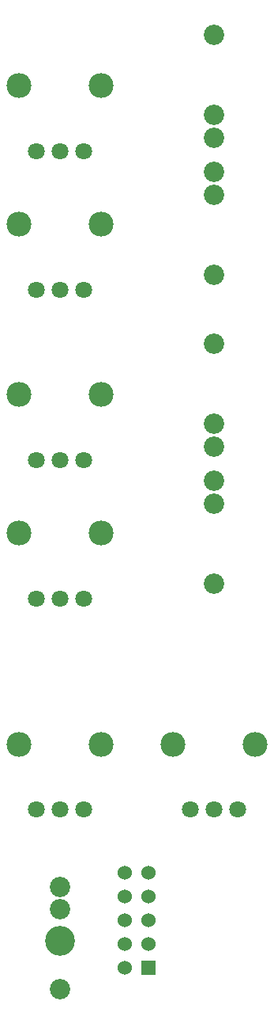
<source format=gbr>
%TF.GenerationSoftware,KiCad,Pcbnew,(5.1.9)-1*%
%TF.CreationDate,2021-03-03T00:59:23+01:00*%
%TF.ProjectId,Hands of Svarog,48616e64-7320-46f6-9620-537661726f67,rev?*%
%TF.SameCoordinates,Original*%
%TF.FileFunction,Soldermask,Bot*%
%TF.FilePolarity,Negative*%
%FSLAX46Y46*%
G04 Gerber Fmt 4.6, Leading zero omitted, Abs format (unit mm)*
G04 Created by KiCad (PCBNEW (5.1.9)-1) date 2021-03-03 00:59:23*
%MOMM*%
%LPD*%
G01*
G04 APERTURE LIST*
%ADD10C,2.184400*%
%ADD11C,3.200000*%
%ADD12C,1.803400*%
%ADD13C,2.667000*%
%ADD14R,1.524000X1.524000*%
%ADD15C,1.524000*%
G04 APERTURE END LIST*
D10*
%TO.C,J1*%
X99559837Y-31609800D03*
X99559837Y-42582600D03*
X99559837Y-40169600D03*
%TD*%
%TO.C,J2*%
X99559837Y-57263800D03*
X99559837Y-46291000D03*
X99559837Y-48704000D03*
%TD*%
%TO.C,J3*%
X99559837Y-64629800D03*
X99559837Y-75602600D03*
X99559837Y-73189600D03*
%TD*%
%TO.C,J4*%
X99559837Y-90283800D03*
X99559837Y-79311000D03*
X99559837Y-81724000D03*
%TD*%
%TO.C,J5*%
X83049837Y-133667000D03*
X83049837Y-122694200D03*
X83049837Y-125107200D03*
D11*
X83049837Y-128460000D03*
%TD*%
D12*
%TO.C,RV2*%
X80509837Y-58851300D03*
X83049837Y-58851300D03*
X85589837Y-58851300D03*
D13*
X87444037Y-51840900D03*
X78655637Y-51840900D03*
%TD*%
D14*
%TO.C,J7*%
X92575000Y-131355600D03*
D15*
X90035000Y-131355600D03*
X92575000Y-128815600D03*
X90035000Y-128815600D03*
X92575000Y-126275600D03*
X90035000Y-126275600D03*
X92575000Y-123735600D03*
X90035000Y-123735600D03*
X92575000Y-121195600D03*
X90035000Y-121195600D03*
%TD*%
D13*
%TO.C,RV1*%
X78655637Y-37032699D03*
X87444037Y-37032699D03*
D12*
X85589837Y-44043099D03*
X83049837Y-44043099D03*
X80509837Y-44043099D03*
%TD*%
D13*
%TO.C,RV3*%
X78655637Y-70052699D03*
X87444037Y-70052699D03*
D12*
X85589837Y-77063099D03*
X83049837Y-77063099D03*
X80509837Y-77063099D03*
%TD*%
%TO.C,RV4*%
X80509837Y-91871300D03*
X83049837Y-91871300D03*
X85589837Y-91871300D03*
D13*
X87444037Y-84860900D03*
X78655637Y-84860900D03*
%TD*%
%TO.C,RV5*%
X95165637Y-107443343D03*
X103954037Y-107443343D03*
D12*
X102099837Y-114453743D03*
X99559837Y-114453743D03*
X97019837Y-114453743D03*
%TD*%
D13*
%TO.C,RV6*%
X78655637Y-107443343D03*
X87444037Y-107443343D03*
D12*
X85589837Y-114453743D03*
X83049837Y-114453743D03*
X80509837Y-114453743D03*
%TD*%
M02*

</source>
